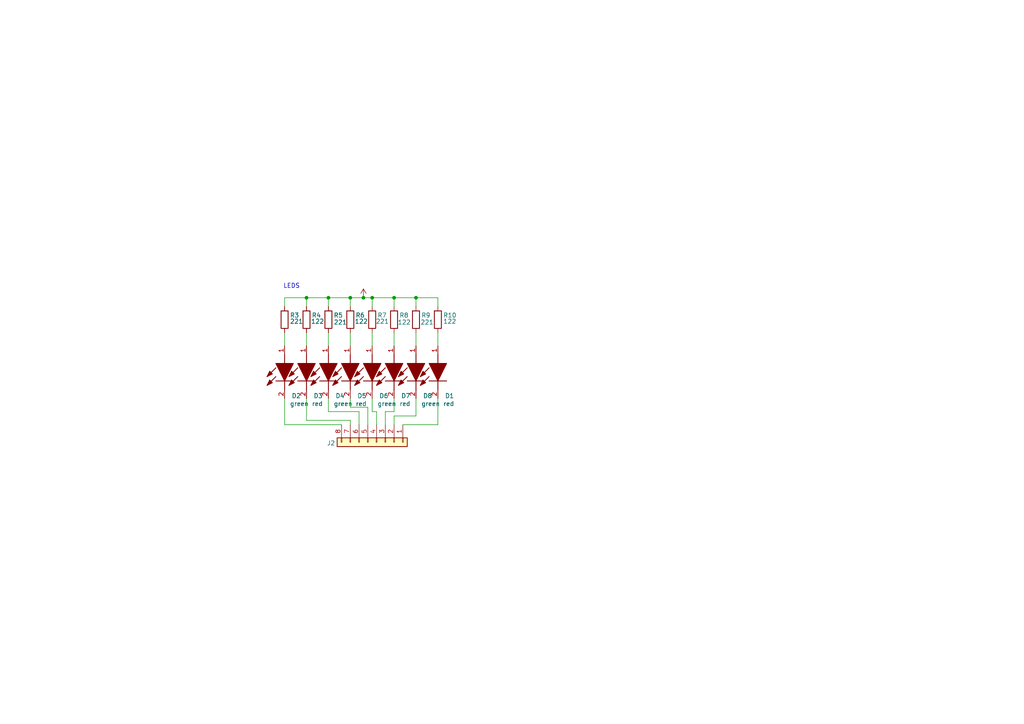
<source format=kicad_sch>
(kicad_sch (version 20250114) (generator "eeschema") (generator_version "9.0")
  (paper "A4")
  (lib_symbols
    (symbol "Connector_Generic:Conn_01x08" (pin_names (offset 1.016) (hide yes))
      (property "Reference" "J" (at 0 10.16 0))
      (property "Value" "Conn_01x08" (at 0 -12.7 0))
      (symbol "Conn_01x08_1_1"
        (rectangle (start -1.27 8.89) (end 1.27 -11.43) (stroke (width 0.254)) (fill (type background)))
        (rectangle (start -1.27 7.747) (end 0 7.493) (stroke (width 0.1524)))
        (rectangle (start -1.27 5.207) (end 0 4.953) (stroke (width 0.1524)))
        (rectangle (start -1.27 2.667) (end 0 2.413) (stroke (width 0.1524)))
        (rectangle (start -1.27 0.127) (end 0 -0.127) (stroke (width 0.1524)))
        (rectangle (start -1.27 -2.413) (end 0 -2.667) (stroke (width 0.1524)))
        (rectangle (start -1.27 -4.953) (end 0 -5.207) (stroke (width 0.1524)))
        (rectangle (start -1.27 -7.493) (end 0 -7.747) (stroke (width 0.1524)))
        (rectangle (start -1.27 -10.033) (end 0 -10.287) (stroke (width 0.1524)))
        (pin passive line (at -5.08 7.62 0) (length 3.81) (name "Pin_1") (number "1"))
        (pin passive line (at -5.08 5.08 0) (length 3.81) (name "Pin_2") (number "2"))
        (pin passive line (at -5.08 2.54 0) (length 3.81) (name "Pin_3") (number "3"))
        (pin passive line (at -5.08 0 0) (length 3.81) (name "Pin_4") (number "4"))
        (pin passive line (at -5.08 -2.54 0) (length 3.81) (name "Pin_5") (number "5"))
        (pin passive line (at -5.08 -5.08 0) (length 3.81) (name "Pin_6") (number "6"))
        (pin passive line (at -5.08 -7.62 0) (length 3.81) (name "Pin_7") (number "7"))
        (pin passive line (at -5.08 -10.16 0) (length 3.81) (name "Pin_8") (number "8"))
      )
    )
    (symbol "Device:R" (pin_numbers (hide yes)) (pin_names (offset 0))
      (property "Reference" "R" (at 2.032 0 90))
      (property "Value" "R" (at 0 0 90))
      (symbol "R_0_1"
        (rectangle (start -1.016 -2.54) (end 1.016 2.54) (stroke (width 0.254)))
      )
      (symbol "R_1_1"
        (pin passive line (at 0 3.81 270) (length 1.27) (name "~") (number "1"))
        (pin passive line (at 0 -3.81 90) (length 1.27) (name "~") (number "2"))
      )
    )
    (symbol "L128-GRN2003500000:L128-GRN2003500000" (pin_names (hide yes))
      (property "Reference" "LED" (at 12.7 8.89 0))
      (property "Value" "L128-GRN2003500000" (at 12.7 6.35 0))
      (symbol "L128-GRN2003500000_1_1"
        (polyline (pts (xy 2.54 0) (xy 5.08 0)) (stroke (width 0.254)))
        (polyline (pts (xy 5.08 2.54) (xy 5.08 -2.54)) (stroke (width 0.254)))
        (polyline (pts (xy 5.08 0) (xy 10.16 2.54) (xy 10.16 -2.54) (xy 5.08 0)) (stroke (width 0.254)) (fill (type outline)))
        (polyline (pts (xy 5.334 4.318) (xy 4.572 3.556) (xy 3.81 5.08) (xy 5.334 4.318)) (stroke (width 0.254)) (fill (type outline)))
        (polyline (pts (xy 6.35 2.54) (xy 3.81 5.08)) (stroke (width 0.254)))
        (polyline (pts (xy 7.874 4.318) (xy 7.112 3.556) (xy 6.35 5.08) (xy 7.874 4.318)) (stroke (width 0.254)) (fill (type outline)))
        (polyline (pts (xy 8.89 2.54) (xy 6.35 5.08)) (stroke (width 0.254)))
        (polyline (pts (xy 10.16 0) (xy 12.7 0)) (stroke (width 0.254)))
        (pin passive line (at 0 0 0) (length 2.54) (name "K") (number "2"))
        (pin passive line (at 15.24 0 180) (length 2.54) (name "A") (number "1"))
      )
    )
    (symbol "power:+3.3V" (power) (pin_numbers (hide yes)) (pin_names (offset 0) (hide yes))
      (property "Value" "+3.3V" (at 0 3.556 0))
      (symbol "+3.3V_0_1"
        (polyline (pts (xy -0.762 1.27) (xy 0 2.54)))
        (polyline (pts (xy 0 2.54) (xy 0.762 1.27)))
        (polyline (pts (xy 0 0) (xy 0 2.54)))
      )
      (symbol "+3.3V_1_1"
        (pin power_in line (at 0 0 90) (length 0) (name "~") (number "1"))
      )
    )
  )
  (text "LEDS" (at 84.582 83.058 0) (effects (font (size 1.27 1.27))))
  (junction (at 88.9 86.36))
  (junction (at 101.6 86.36))
  (junction (at 95.25 86.36))
  (junction (at 114.3 86.36))
  (junction (at 107.95 86.36))
  (junction (at 120.65 86.36))
  (junction (at 105.41 86.36))
  (wire (pts (xy 101.6 96.52) (xy 101.6 100.33)))
  (wire (pts (xy 109.22 119.38) (xy 109.22 123.19)))
  (wire (pts (xy 109.22 119.38) (xy 107.95 119.38)))
  (wire (pts (xy 120.65 86.36) (xy 127 86.36)))
  (wire (pts (xy 99.06 123.19) (xy 82.55 123.19)))
  (wire (pts (xy 88.9 86.36) (xy 88.9 88.9)))
  (wire (pts (xy 114.3 115.57) (xy 114.3 119.38)))
  (wire (pts (xy 120.65 96.52) (xy 120.65 100.33)))
  (wire (pts (xy 106.68 118.11) (xy 101.6 118.11)))
  (wire (pts (xy 127 115.57) (xy 127 123.19)))
  (wire (pts (xy 82.55 115.57) (xy 82.55 123.19)))
  (wire (pts (xy 82.55 96.52) (xy 82.55 100.33)))
  (wire (pts (xy 120.65 115.57) (xy 120.65 120.65)))
  (wire (pts (xy 88.9 115.57) (xy 88.9 121.92)))
  (wire (pts (xy 116.84 123.19) (xy 127 123.19)))
  (wire (pts (xy 104.14 119.38) (xy 95.25 119.38)))
  (wire (pts (xy 104.14 123.19) (xy 104.14 119.38)))
  (wire (pts (xy 82.55 86.36) (xy 82.55 88.9)))
  (wire (pts (xy 107.95 96.52) (xy 107.95 100.33)))
  (wire (pts (xy 101.6 115.57) (xy 101.6 118.11)))
  (wire (pts (xy 107.95 86.36) (xy 114.3 86.36)))
  (wire (pts (xy 95.25 96.52) (xy 95.25 100.33)))
  (wire (pts (xy 120.65 86.36) (xy 120.65 88.9)))
  (wire (pts (xy 114.3 86.36) (xy 114.3 88.9)))
  (wire (pts (xy 111.76 123.19) (xy 111.76 119.38)))
  (wire (pts (xy 105.41 86.36) (xy 107.95 86.36)))
  (wire (pts (xy 88.9 96.52) (xy 88.9 100.33)))
  (wire (pts (xy 111.76 119.38) (xy 114.3 119.38)))
  (wire (pts (xy 88.9 86.36) (xy 95.25 86.36)))
  (wire (pts (xy 101.6 86.36) (xy 101.6 88.9)))
  (wire (pts (xy 106.68 123.19) (xy 106.68 118.11)))
  (wire (pts (xy 95.25 86.36) (xy 101.6 86.36)))
  (wire (pts (xy 114.3 86.36) (xy 120.65 86.36)))
  (wire (pts (xy 88.9 121.92) (xy 101.6 121.92)))
  (wire (pts (xy 82.55 86.36) (xy 88.9 86.36)))
  (wire (pts (xy 114.3 96.52) (xy 114.3 100.33)))
  (wire (pts (xy 101.6 123.19) (xy 101.6 121.92)))
  (wire (pts (xy 101.6 86.36) (xy 105.41 86.36)))
  (wire (pts (xy 114.3 120.65) (xy 120.65 120.65)))
  (wire (pts (xy 127 86.36) (xy 127 88.9)))
  (wire (pts (xy 107.95 119.38) (xy 107.95 115.57)))
  (wire (pts (xy 95.25 115.57) (xy 95.25 119.38)))
  (wire (pts (xy 127 96.52) (xy 127 100.33)))
  (wire (pts (xy 107.95 86.36) (xy 107.95 88.9)))
  (wire (pts (xy 95.25 86.36) (xy 95.25 88.9)))
  (wire (pts (xy 114.3 123.19) (xy 114.3 120.65)))
  (symbol (lib_id "L128-GRN2003500000:L128-GRN2003500000") (at 82.55 115.57 90) (unit 1)
    (property "Reference" "D2" (at 84.582 114.808 90) (effects (justify right)))
    (property "Value" "green" (at 84.074 117.094 90) (effects (justify right)))
    (property "Footprint" "footprints:L128GRN2003500000" (effects (hide yes)))
    (property "Datasheet" "https://otmm.lumileds.com/adaptivemedia/c560e5393f0929fc57d232b2b8612e4b238c78da" (effects (hide yes)))
    (property "Description" "Mid-Power LEDs - Single Color 2835 GREEN 520-540nm" (effects (hide yes)))
    (property "Height" "0.75" (effects (hide yes)))
    (property "Mouser Part Number" "997-L128GRN200350000" (effects (hide yes)))
    (property "Mouser Price/Stock" "https://www.mouser.co.uk/ProductDetail/Lumileds/L128-GRN2003500000?qs=2wMNvWM5ZX55piWt4f5eGw%3D%3D" (effects (hide yes)))
    (property "Manufacturer_Name" "Lumileds" (effects (hide yes)))
    (property "Manufacturer_Part_Number" "L128-GRN2003500000" (effects (hide yes)))
  )
  (symbol (lib_id "L128-GRN2003500000:L128-GRN2003500000") (at 95.25 115.57 90) (unit 1)
    (property "Reference" "D4" (at 97.282 114.808 90) (effects (justify right)))
    (property "Value" "green" (at 96.774 117.094 90) (effects (justify right)))
    (property "Footprint" "footprints:L128GRN2003500000" (effects (hide yes)))
    (property "Datasheet" "https://otmm.lumileds.com/adaptivemedia/c560e5393f0929fc57d232b2b8612e4b238c78da" (effects (hide yes)))
    (property "Description" "Mid-Power LEDs - Single Color 2835 GREEN 520-540nm" (effects (hide yes)))
    (property "Height" "0.75" (effects (hide yes)))
    (property "Mouser Part Number" "997-L128GRN200350000" (effects (hide yes)))
    (property "Mouser Price/Stock" "https://www.mouser.co.uk/ProductDetail/Lumileds/L128-GRN2003500000?qs=2wMNvWM5ZX55piWt4f5eGw%3D%3D" (effects (hide yes)))
    (property "Manufacturer_Name" "Lumileds" (effects (hide yes)))
    (property "Manufacturer_Part_Number" "L128-GRN2003500000" (effects (hide yes)))
  )
  (symbol (lib_id "L128-GRN2003500000:L128-GRN2003500000") (at 114.3 115.57 90) (unit 1)
    (property "Reference" "D7" (at 116.332 114.808 90) (effects (justify right)))
    (property "Value" "red" (at 115.824 117.094 90) (effects (justify right)))
    (property "Footprint" "footprints:L128GRN2003500000" (effects (hide yes)))
    (property "Datasheet" "https://otmm.lumileds.com/adaptivemedia/c560e5393f0929fc57d232b2b8612e4b238c78da" (effects (hide yes)))
    (property "Description" "Mid-Power LEDs - Single Color 2835 GREEN 520-540nm" (effects (hide yes)))
    (property "Height" "0.75" (effects (hide yes)))
    (property "Mouser Part Number" "997-L128GRN200350000" (effects (hide yes)))
    (property "Mouser Price/Stock" "https://www.mouser.co.uk/ProductDetail/Lumileds/L128-GRN2003500000?qs=2wMNvWM5ZX55piWt4f5eGw%3D%3D" (effects (hide yes)))
    (property "Manufacturer_Name" "Lumileds" (effects (hide yes)))
    (property "Manufacturer_Part_Number" "L128-GRN2003500000" (effects (hide yes)))
  )
  (symbol (lib_id "L128-GRN2003500000:L128-GRN2003500000") (at 127 115.57 90) (unit 1)
    (property "Reference" "D1" (at 129.032 114.808 90) (effects (justify right)))
    (property "Value" "red" (at 128.524 117.094 90) (effects (justify right)))
    (property "Footprint" "footprints:L128GRN2003500000" (effects (hide yes)))
    (property "Datasheet" "https://otmm.lumileds.com/adaptivemedia/c560e5393f0929fc57d232b2b8612e4b238c78da" (effects (hide yes)))
    (property "Description" "Mid-Power LEDs - Single Color 2835 GREEN 520-540nm" (effects (hide yes)))
    (property "Height" "0.75" (effects (hide yes)))
    (property "Mouser Part Number" "997-L128GRN200350000" (effects (hide yes)))
    (property "Mouser Price/Stock" "https://www.mouser.co.uk/ProductDetail/Lumileds/L128-GRN2003500000?qs=2wMNvWM5ZX55piWt4f5eGw%3D%3D" (effects (hide yes)))
    (property "Manufacturer_Name" "Lumileds" (effects (hide yes)))
    (property "Manufacturer_Part_Number" "L128-GRN2003500000" (effects (hide yes)))
  )
  (symbol (lib_id "L128-GRN2003500000:L128-GRN2003500000") (at 120.65 115.57 90) (unit 1)
    (property "Reference" "D8" (at 122.682 114.808 90) (effects (justify right)))
    (property "Value" "green" (at 122.174 117.094 90) (effects (justify right)))
    (property "Footprint" "footprints:L128GRN2003500000" (effects (hide yes)))
    (property "Datasheet" "https://otmm.lumileds.com/adaptivemedia/c560e5393f0929fc57d232b2b8612e4b238c78da" (effects (hide yes)))
    (property "Description" "Mid-Power LEDs - Single Color 2835 GREEN 520-540nm" (effects (hide yes)))
    (property "Height" "0.75" (effects (hide yes)))
    (property "Mouser Part Number" "997-L128GRN200350000" (effects (hide yes)))
    (property "Mouser Price/Stock" "https://www.mouser.co.uk/ProductDetail/Lumileds/L128-GRN2003500000?qs=2wMNvWM5ZX55piWt4f5eGw%3D%3D" (effects (hide yes)))
    (property "Manufacturer_Name" "Lumileds" (effects (hide yes)))
    (property "Manufacturer_Part_Number" "L128-GRN2003500000" (effects (hide yes)))
  )
  (symbol (lib_id "L128-GRN2003500000:L128-GRN2003500000") (at 107.95 115.57 90) (unit 1)
    (property "Reference" "D6" (at 109.982 114.808 90) (effects (justify right)))
    (property "Value" "green" (at 109.474 117.094 90) (effects (justify right)))
    (property "Footprint" "footprints:L128GRN2003500000" (effects (hide yes)))
    (property "Datasheet" "https://otmm.lumileds.com/adaptivemedia/c560e5393f0929fc57d232b2b8612e4b238c78da" (effects (hide yes)))
    (property "Description" "Mid-Power LEDs - Single Color 2835 GREEN 520-540nm" (effects (hide yes)))
    (property "Height" "0.75" (effects (hide yes)))
    (property "Mouser Part Number" "997-L128GRN200350000" (effects (hide yes)))
    (property "Mouser Price/Stock" "https://www.mouser.co.uk/ProductDetail/Lumileds/L128-GRN2003500000?qs=2wMNvWM5ZX55piWt4f5eGw%3D%3D" (effects (hide yes)))
    (property "Manufacturer_Name" "Lumileds" (effects (hide yes)))
    (property "Manufacturer_Part_Number" "L128-GRN2003500000" (effects (hide yes)))
  )
  (symbol (lib_id "L128-GRN2003500000:L128-GRN2003500000") (at 101.6 115.57 90) (unit 1)
    (property "Reference" "D5" (at 103.632 114.808 90) (effects (justify right)))
    (property "Value" "red" (at 103.124 117.094 90) (effects (justify right)))
    (property "Footprint" "footprints:L128GRN2003500000" (effects (hide yes)))
    (property "Datasheet" "https://otmm.lumileds.com/adaptivemedia/c560e5393f0929fc57d232b2b8612e4b238c78da" (effects (hide yes)))
    (property "Description" "Mid-Power LEDs - Single Color 2835 GREEN 520-540nm" (effects (hide yes)))
    (property "Height" "0.75" (effects (hide yes)))
    (property "Mouser Part Number" "997-L128GRN200350000" (effects (hide yes)))
    (property "Mouser Price/Stock" "https://www.mouser.co.uk/ProductDetail/Lumileds/L128-GRN2003500000?qs=2wMNvWM5ZX55piWt4f5eGw%3D%3D" (effects (hide yes)))
    (property "Manufacturer_Name" "Lumileds" (effects (hide yes)))
    (property "Manufacturer_Part_Number" "L128-GRN2003500000" (effects (hide yes)))
  )
  (symbol (lib_id "power:+3.3V") (at 105.41 86.36 0) (unit 1)
    (property "Reference" "#PWR014" (effects (hide yes)))
    (property "Value" "+3.3V" (effects (hide yes)))
    (property "Description" "Power symbol creates a global label with name \"+3.3V\"" (effects (hide yes)))
  )
  (symbol (lib_id "Device:R") (at 127 92.71 0) (unit 1)
    (property "Reference" "R10" (at 128.524 91.44 0) (effects (justify left)))
    (property "Value" "122" (at 128.524 93.218 0) (effects (justify left)))
    (property "Footprint" "Resistor_SMD:R_0201_0603Metric" (effects (hide yes)))
    (property "Description" "Resistor" (effects (hide yes)))
  )
  (symbol (lib_id "Device:R") (at 101.6 92.71 0) (unit 1)
    (property "Reference" "R6" (at 103.124 91.44 0) (effects (justify left)))
    (property "Value" "122" (at 102.87 93.218 0) (effects (justify left)))
    (property "Footprint" "Resistor_SMD:R_0201_0603Metric" (effects (hide yes)))
    (property "Description" "Resistor" (effects (hide yes)))
  )
  (symbol (lib_id "Device:R") (at 95.25 92.71 0) (unit 1)
    (property "Reference" "R5" (at 96.774 91.44 0) (effects (justify left)))
    (property "Value" "221" (at 96.774 93.472 0) (effects (justify left)))
    (property "Footprint" "Resistor_SMD:R_0201_0603Metric" (effects (hide yes)))
    (property "Description" "Resistor" (effects (hide yes)))
  )
  (symbol (lib_id "Connector_Generic:Conn_01x08") (at 109.22 128.27 270) (unit 1)
    (property "Reference" "J2" (at 96.012 128.524 90))
    (property "Value" "Conn_01x08" (effects (hide yes)))
    (property "Footprint" "Connector_PinHeader_2.54mm:PinHeader_1x08_P2.54mm_Vertical" (effects (hide yes)))
    (property "Description" "Generic connector, single row, 01x08, script generated (kicad-library-utils/schlib/autogen/connector/)" (effects (hide yes)))
  )
  (symbol (lib_id "Device:R") (at 107.95 92.71 0) (unit 1)
    (property "Reference" "R7" (at 109.474 91.44 0) (effects (justify left)))
    (property "Value" "221" (at 108.966 93.218 0) (effects (justify left)))
    (property "Footprint" "Resistor_SMD:R_0201_0603Metric" (effects (hide yes)))
    (property "Description" "Resistor" (effects (hide yes)))
  )
  (symbol (lib_id "Device:R") (at 82.55 92.71 0) (unit 1)
    (property "Reference" "R3" (at 84.074 91.44 0) (effects (justify left)))
    (property "Value" "221" (at 84.074 93.218 0) (effects (justify left)))
    (property "Footprint" "Resistor_SMD:R_0201_0603Metric" (effects (hide yes)))
    (property "Description" "Resistor" (effects (hide yes)))
  )
  (symbol (lib_id "Device:R") (at 114.3 92.71 0) (unit 1)
    (property "Reference" "R8" (at 115.824 91.44 0) (effects (justify left)))
    (property "Value" "122" (at 115.316 93.472 0) (effects (justify left)))
    (property "Footprint" "Resistor_SMD:R_0201_0603Metric" (effects (hide yes)))
    (property "Description" "Resistor" (effects (hide yes)))
  )
  (symbol (lib_id "Device:R") (at 88.9 92.71 0) (unit 1)
    (property "Reference" "R4" (at 90.424 91.44 0) (effects (justify left)))
    (property "Value" "122" (at 90.17 93.218 0) (effects (justify left)))
    (property "Footprint" "Resistor_SMD:R_0201_0603Metric" (effects (hide yes)))
    (property "Description" "Resistor" (effects (hide yes)))
  )
  (symbol (lib_id "Device:R") (at 120.65 92.71 0) (unit 1)
    (property "Reference" "R9" (at 122.174 91.44 0) (effects (justify left)))
    (property "Value" "221" (at 121.92 93.472 0) (effects (justify left)))
    (property "Footprint" "Resistor_SMD:R_0201_0603Metric" (effects (hide yes)))
    (property "Description" "Resistor" (effects (hide yes)))
  )
  (symbol (lib_id "L128-GRN2003500000:L128-GRN2003500000") (at 88.9 115.57 90) (unit 1)
    (property "Reference" "D3" (at 90.932 114.808 90) (effects (justify right)))
    (property "Value" "red" (at 90.424 117.094 90) (effects (justify right)))
    (property "Footprint" "footprints:L128GRN2003500000" (effects (hide yes)))
    (property "Datasheet" "https://otmm.lumileds.com/adaptivemedia/c560e5393f0929fc57d232b2b8612e4b238c78da" (effects (hide yes)))
    (property "Description" "Mid-Power LEDs - Single Color 2835 GREEN 520-540nm" (effects (hide yes)))
    (property "Height" "0.75" (effects (hide yes)))
    (property "Mouser Part Number" "997-L128GRN200350000" (effects (hide yes)))
    (property "Mouser Price/Stock" "https://www.mouser.co.uk/ProductDetail/Lumileds/L128-GRN2003500000?qs=2wMNvWM5ZX55piWt4f5eGw%3D%3D" (effects (hide yes)))
    (property "Manufacturer_Name" "Lumileds" (effects (hide yes)))
    (property "Manufacturer_Part_Number" "L128-GRN2003500000" (effects (hide yes)))
  )
)
</source>
